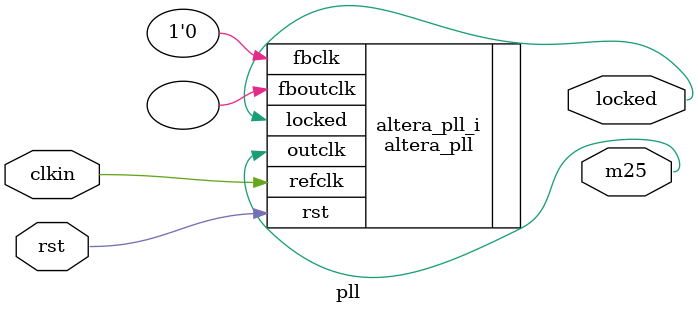
<source format=v>
module pll
(
    input wire clkin,
    input wire rst,
    output wire m25,
    output wire locked
);

altera_pll #(
    .fractional_vco_multiplier("false"),
    .reference_clock_frequency("50.0 MHz"),
    .operation_mode("normal"),
    .number_of_clocks(1),
    .output_clock_frequency0("25.0 MHz"), .phase_shift0("0 ps"), .duty_cycle0(50),
    .output_clock_frequency1("0 MHz"),    .phase_shift1("0 ps"), .duty_cycle1(50),
    .output_clock_frequency2("0 MHz"),    .phase_shift2("0 ps"), .duty_cycle2(50),
    .output_clock_frequency3("0 MHz"),    .phase_shift3("0 ps"), .duty_cycle3(50),
    .output_clock_frequency4("0 MHz"),    .phase_shift4("0 ps"), .duty_cycle4(50),
    .output_clock_frequency5("0 MHz"),    .phase_shift5("0 ps"), .duty_cycle5(50),
    .output_clock_frequency6("0 MHz"),    .phase_shift6("0 ps"), .duty_cycle6(50),
    .output_clock_frequency7("0 MHz"),    .phase_shift7("0 ps"), .duty_cycle7(50),
    .output_clock_frequency8("0 MHz"),    .phase_shift8("0 ps"), .duty_cycle8(50),
    .output_clock_frequency9("0 MHz"),    .phase_shift9("0 ps"), .duty_cycle9(50),
    .output_clock_frequency10("0 MHz"),   .phase_shift10("0 ps"), .duty_cycle10(50),
    .output_clock_frequency11("0 MHz"),   .phase_shift11("0 ps"), .duty_cycle11(50),
    .output_clock_frequency12("0 MHz"),   .phase_shift12("0 ps"), .duty_cycle12(50),
    .output_clock_frequency13("0 MHz"),   .phase_shift13("0 ps"), .duty_cycle13(50),
    .output_clock_frequency14("0 MHz"),   .phase_shift14("0 ps"), .duty_cycle14(50),
    .output_clock_frequency15("0 MHz"),   .phase_shift15("0 ps"), .duty_cycle15(50),
    .output_clock_frequency16("0 MHz"),   .phase_shift16("0 ps"), .duty_cycle16(50),
    .output_clock_frequency17("0 MHz"),   .phase_shift17("0 ps"), .duty_cycle17(50),
    .pll_type("General"),
    .pll_subtype("General")
)
altera_pll_i(
    .rst (rst),
    .outclk ({m25}),
    .locked (locked),
    .fboutclk (),
    .fbclk (1'b0),
    .refclk (clkin)
);
endmodule

</source>
